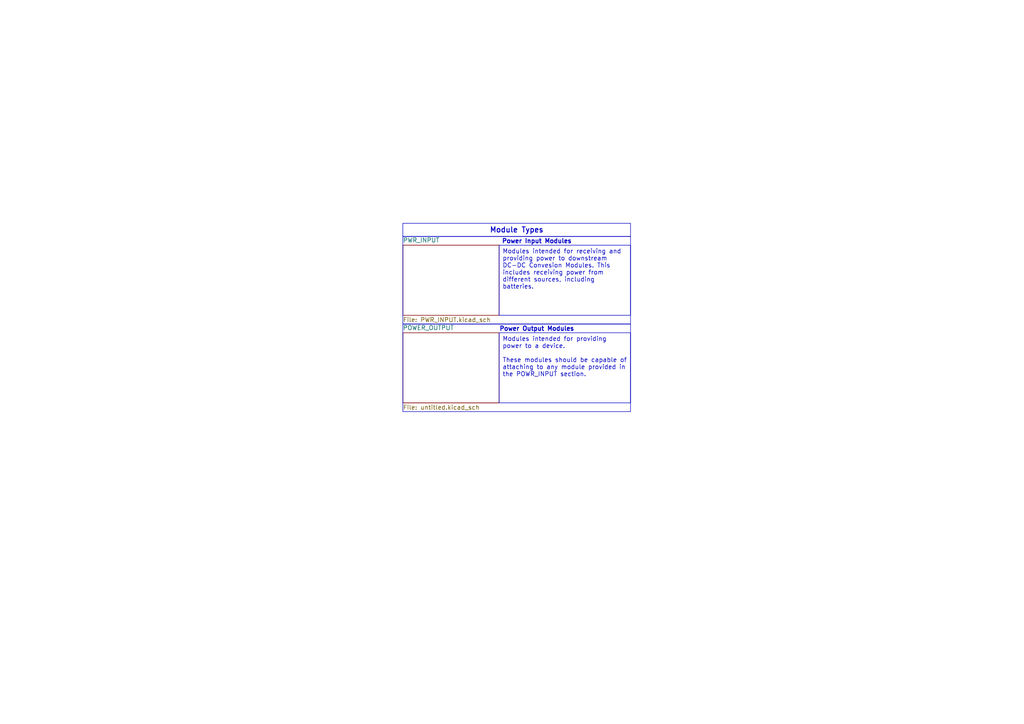
<source format=kicad_sch>
(kicad_sch
	(version 20250114)
	(generator "eeschema")
	(generator_version "9.0")
	(uuid "4bef1c7d-223e-45cc-b002-ac71b5420af1")
	(paper "A4")
	(title_block
		(title "Modular PSU")
		(company "DanWave Design")
		(comment 1 "Design By: Daniel Manla")
		(comment 2 "Open Hardware")
	)
	(lib_symbols)
	(rectangle
		(start 116.84 68.58)
		(end 182.88 93.98)
		(stroke
			(width 0)
			(type default)
		)
		(fill
			(type none)
		)
		(uuid 9f997210-7fba-4608-a70b-427e29adbc20)
	)
	(rectangle
		(start 116.84 93.98)
		(end 182.88 119.38)
		(stroke
			(width 0)
			(type default)
		)
		(fill
			(type none)
		)
		(uuid a22a33d8-ae44-4e59-841f-d2b1652e7023)
	)
	(text "Power Output Modules"
		(exclude_from_sim no)
		(at 155.702 95.504 0)
		(effects
			(font
				(size 1.27 1.27)
				(thickness 0.254)
				(bold yes)
			)
		)
		(uuid "07770ebf-fb8c-4a90-bf85-02651a216d28")
	)
	(text "Power Input Modules"
		(exclude_from_sim no)
		(at 155.702 70.104 0)
		(effects
			(font
				(size 1.27 1.27)
				(thickness 0.254)
				(bold yes)
			)
		)
		(uuid "76eaab62-9fa5-423a-8f7a-438aa1fdfe80")
	)
	(text_box "Modules intended for receiving and providing power to downstream DC-DC Convesion Modules. This includes receiving power from different sources, including batteries."
		(exclude_from_sim no)
		(at 144.78 71.12 0)
		(size 38.1 20.32)
		(margins 0.9525 0.9525 0.9525 0.9525)
		(stroke
			(width 0)
			(type solid)
		)
		(fill
			(type none)
		)
		(effects
			(font
				(size 1.27 1.27)
			)
			(justify left top)
		)
		(uuid "c659b37e-12f2-4e6e-98a2-a411eba41c58")
	)
	(text_box "Modules intended for providing power to a device.\n\nThese modules should be capable of attaching to any module provided in the POWR_INPUT section."
		(exclude_from_sim no)
		(at 144.78 96.52 0)
		(size 38.1 20.32)
		(margins 0.9525 0.9525 0.9525 0.9525)
		(stroke
			(width 0)
			(type solid)
		)
		(fill
			(type none)
		)
		(effects
			(font
				(size 1.27 1.27)
			)
			(justify left top)
		)
		(uuid "d6bf62a8-0c38-42e4-a6db-9cb652445c35")
	)
	(text_box "Module Types"
		(exclude_from_sim no)
		(at 116.84 64.77 0)
		(size 66.04 3.81)
		(margins 0.9525 0.9525 0.9525 0.9525)
		(stroke
			(width 0)
			(type solid)
		)
		(fill
			(type none)
		)
		(effects
			(font
				(size 1.524 1.524)
				(thickness 0.254)
				(bold yes)
			)
			(justify top)
		)
		(uuid "e505f86b-0175-496e-89e4-031dd5055e42")
	)
	(sheet
		(at 116.84 96.52)
		(size 27.94 20.32)
		(exclude_from_sim no)
		(in_bom yes)
		(on_board yes)
		(dnp no)
		(fields_autoplaced yes)
		(stroke
			(width 0.1524)
			(type solid)
		)
		(fill
			(color 0 0 0 0.0000)
		)
		(uuid "78eae071-522b-4750-abcb-34d665f64673")
		(property "Sheetname" "POWER_OUTPUT"
			(at 116.84 95.8084 0)
			(effects
				(font
					(size 1.27 1.27)
				)
				(justify left bottom)
			)
		)
		(property "Sheetfile" "untitled.kicad_sch"
			(at 116.84 117.4246 0)
			(effects
				(font
					(size 1.27 1.27)
				)
				(justify left top)
			)
		)
		(instances
			(project "ModularPSU"
				(path "/4bef1c7d-223e-45cc-b002-ac71b5420af1"
					(page "12")
				)
			)
		)
	)
	(sheet
		(at 116.84 71.12)
		(size 27.94 20.32)
		(exclude_from_sim no)
		(in_bom yes)
		(on_board yes)
		(dnp no)
		(fields_autoplaced yes)
		(stroke
			(width 0.1524)
			(type solid)
		)
		(fill
			(color 0 0 0 0.0000)
		)
		(uuid "8084812e-2ef0-4331-a345-38217d844be2")
		(property "Sheetname" "PWR_INPUT"
			(at 116.84 70.4084 0)
			(effects
				(font
					(size 1.27 1.27)
				)
				(justify left bottom)
			)
		)
		(property "Sheetfile" "PWR_INPUT.kicad_sch"
			(at 116.84 92.0246 0)
			(effects
				(font
					(size 1.27 1.27)
				)
				(justify left top)
			)
		)
		(instances
			(project "ModularPSU"
				(path "/4bef1c7d-223e-45cc-b002-ac71b5420af1"
					(page "2")
				)
			)
		)
	)
	(sheet_instances
		(path "/"
			(page "1")
		)
	)
	(embedded_fonts no)
)

</source>
